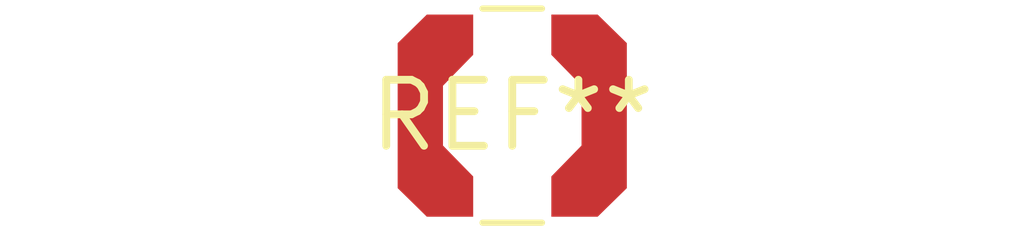
<source format=kicad_pcb>
(kicad_pcb (version 20240108) (generator pcbnew)
  (layers (0 "F.Cu" signal) (31 "B.Cu" signal) (34 "B.Paste" user) (35 "F.Paste" user) (36 "B.SilkS" user "B.Silkscreen") (37 "F.SilkS" user "F.Silkscreen") (38 "B.Mask" user) (39 "F.Mask" user) (44 "Edge.Cuts" user))
  (net 0 "")
  (footprint "L_Coilcraft_LPS4018" (layer "F.Cu") (at 0 0)
    (property "Reference" "REF**")
    (property "Value" "L_Coilcraft_LPS4018")
    (fp_line (start -0.57 -2.06) (end 0.57 -2.06) (layer "F.SilkS") (stroke (width 0.12)))
    (fp_line (start -0.57 2.06) (end 0.57 2.06) (layer "F.SilkS") (stroke (width 0.12)))
    (pad "1" smd custom (at -1.765 0) (size 0.87 2.79) (layers "F.Cu" "F.Paste" "F.Mask") (options (clearance outline) (anchor rect)) (primitives (gr_poly (pts (xy 1.015 -1.17) (xy 0.435 -0.575) (xy 0.435 0.575) (xy 1.015 1.17) (xy 1.015 1.945) (xy 0.125 1.945) (xy -0.435 1.395) (xy -0.435 -1.395) (xy 0.125 -1.945) (xy 1.015 -1.945)) (width 0) (fill yes))))
    (pad "2" smd custom (at 1.765 0) (size 0.87 2.79) (layers "F.Cu" "F.Paste" "F.Mask") (options (clearance outline) (anchor rect)) (primitives (gr_poly (pts (xy 0.435 -1.395) (xy 0.435 1.395) (xy -0.125 1.945) (xy -1.015 1.945) (xy -1.015 1.17) (xy -0.435 0.575) (xy -0.435 -0.575) (xy -1.015 -1.17) (xy -1.015 -1.945) (xy -0.125 -1.945)) (width 0) (fill yes))))
  )
)
</source>
